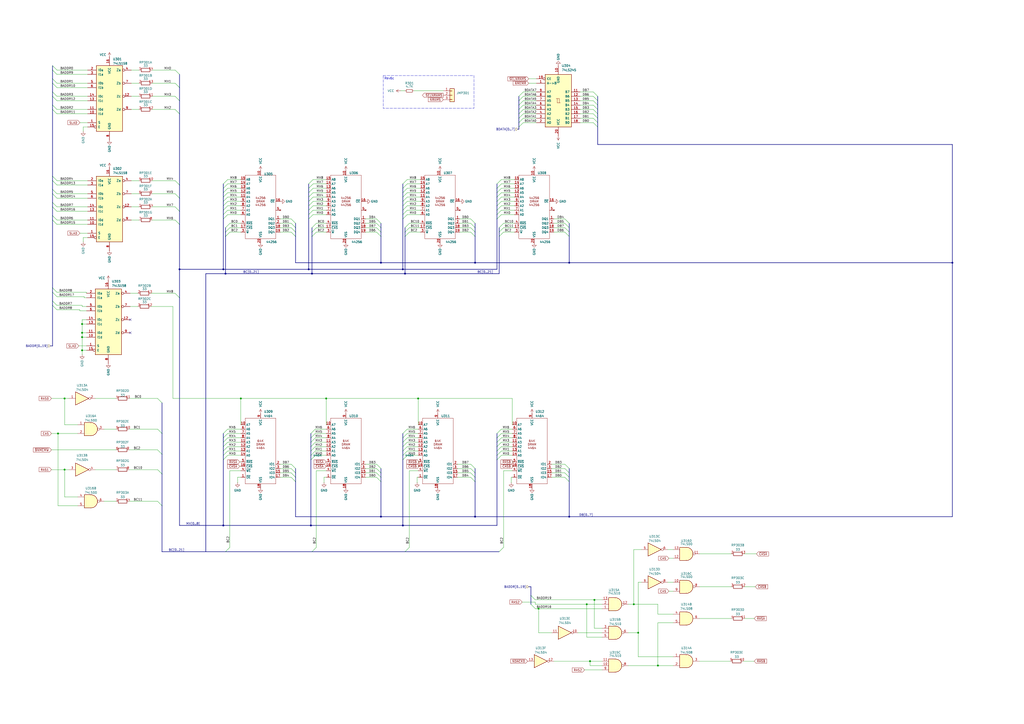
<source format=kicad_sch>
(kicad_sch (version 20231120) (generator "eeschema") (generator_version "8.0")
  (paper "A2")
  (title_block (title "Commodore PC10/CA") (rev "C") (comment 1 "312626"))
  (junction (at 220.98 299.72))
  (junction (at 312.42 353.06))
  (junction (at 220.98 152.4))
  (junction (at 275.59 299.72))
  (junction (at 179.07 156.21))
  (junction (at 37.465 272.415))
  (junction (at 340.36 350.52))
  (junction (at 234.95 158.75))
  (junction (at 129.54 304.8))
  (junction (at 342.265 383.54))
  (junction (at 180.975 158.75))
  (junction (at 47.625 203.2))
  (junction (at 233.68 304.8))
  (junction (at 33.655 251.46))
  (junction (at 129.54 156.21))
  (junction (at 370.205 367.03))
  (junction (at 189.23 231.14))
  (junction (at 233.68 156.21))
  (junction (at 330.2 299.72))
  (junction (at 37.465 231.14))
  (junction (at 130.81 158.75))
  (junction (at 344.805 347.98))
  (junction (at 47.625 193.04))
  (junction (at 367.665 350.52))
  (junction (at 275.59 152.4))
  (junction (at 104.14 156.21))
  (junction (at 330.2 152.4))
  (junction (at 139.7 231.14))
  (junction (at 47.625 187.96))
  (junction (at 47.625 195.58))
  (junction (at 180.34 304.8))
  (junction (at 381.635 386.08))
  (junction (at 552.45 152.4))
  (junction (at 242.57 231.14))
  (no_connect (at 75.565 185.42))
  (no_connect (at 75.565 193.04))
  (bus_entry (at 233.68 116.84) (size 2.54 -2.54))
  (bus_entry (at 233.68 114.3) (size 2.54 -2.54))
  (bus_entry (at 288.29 121.92) (size 2.54 -2.54))
  (bus_entry (at 171.45 137.16) (size -2.54 -2.54))
  (bus_entry (at 130.81 132.08) (size 2.54 -2.54))
  (bus_entry (at 275.59 132.08) (size -2.54 -2.54))
  (bus_entry (at 233.68 127) (size 2.54 -2.54))
  (bus_entry (at 30.48 45.72) (size 2.54 2.54))
  (bus_entry (at 180.34 266.7) (size 2.54 -2.54))
  (bus_entry (at 101.6 48.26) (size 2.54 2.54))
  (bus_entry (at 180.34 261.62) (size 2.54 -2.54))
  (bus_entry (at 233.68 121.92) (size 2.54 -2.54))
  (bus_entry (at 288.29 127) (size 2.54 -2.54))
  (bus_entry (at 288.29 111.76) (size 2.54 -2.54))
  (bus_entry (at 171.45 132.08) (size -2.54 -2.54))
  (bus_entry (at 30.48 112.395) (size 2.54 2.54))
  (bus_entry (at 300.99 55.88) (size 2.54 -2.54))
  (bus_entry (at 300.99 68.58) (size 2.54 -2.54))
  (bus_entry (at 275.59 279.4) (size -2.54 -2.54))
  (bus_entry (at 220.98 274.32) (size -2.54 -2.54))
  (bus_entry (at 180.34 251.46) (size 2.54 -2.54))
  (bus_entry (at 233.68 119.38) (size 2.54 -2.54))
  (bus_entry (at 129.54 109.22) (size 2.54 -2.54))
  (bus_entry (at 275.59 271.78) (size -2.54 -2.54))
  (bus_entry (at 300.99 63.5) (size 2.54 -2.54))
  (bus_entry (at 220.98 134.62) (size -2.54 -2.54))
  (bus_entry (at 330.2 132.08) (size -2.54 -2.54))
  (bus_entry (at 30.48 167.005) (size 2.54 2.54))
  (bus_entry (at 346.71 58.42) (size -2.54 -2.54))
  (bus_entry (at 233.68 254) (size 2.54 -2.54))
  (bus_entry (at 220.98 276.86) (size -2.54 -2.54))
  (bus_entry (at 180.975 132.08) (size 2.54 -2.54))
  (bus_entry (at 171.45 129.54) (size -2.54 -2.54))
  (bus_entry (at 179.07 111.76) (size 2.54 -2.54))
  (bus_entry (at 101.6 112.395) (size 2.54 2.54))
  (bus_entry (at 171.45 274.32) (size -2.54 -2.54))
  (bus_entry (at 180.975 134.62) (size 2.54 -2.54))
  (bus_entry (at 129.54 264.16) (size 2.54 -2.54))
  (bus_entry (at 101.6 63.5) (size 2.54 2.54))
  (bus_entry (at 129.54 114.3) (size 2.54 -2.54))
  (bus_entry (at 233.68 256.54) (size 2.54 -2.54))
  (bus_entry (at 307.975 345.44) (size 2.54 2.54))
  (bus_entry (at 179.07 116.84) (size 2.54 -2.54))
  (bus_entry (at 233.68 251.46) (size 2.54 -2.54))
  (bus_entry (at 289.56 134.62) (size 2.54 -2.54))
  (bus_entry (at 346.71 55.88) (size -2.54 -2.54))
  (bus_entry (at 30.48 60.96) (size 2.54 2.54))
  (bus_entry (at 307.975 350.52) (size 2.54 2.54))
  (bus_entry (at 30.48 127.635) (size 2.54 2.54))
  (bus_entry (at 220.98 132.08) (size -2.54 -2.54))
  (bus_entry (at 289.56 320.04) (size 2.54 -2.54))
  (bus_entry (at 101.6 120.015) (size 2.54 2.54))
  (bus_entry (at 30.48 53.34) (size 2.54 2.54))
  (bus_entry (at 30.48 104.775) (size 2.54 2.54))
  (bus_entry (at 346.71 60.96) (size -2.54 -2.54))
  (bus_entry (at 101.6 170.18) (size 2.54 2.54))
  (bus_entry (at 346.71 68.58) (size -2.54 -2.54))
  (bus_entry (at 300.99 66.04) (size 2.54 -2.54))
  (bus_entry (at 101.6 104.775) (size 2.54 2.54))
  (bus_entry (at 288.29 261.62) (size 2.54 -2.54))
  (bus_entry (at 330.2 276.86) (size -2.54 -2.54))
  (bus_entry (at 129.54 266.7) (size 2.54 -2.54))
  (bus_entry (at 101.6 40.64) (size 2.54 2.54))
  (bus_entry (at 130.81 137.16) (size 2.54 -2.54))
  (bus_entry (at 30.48 174.625) (size 2.54 2.54))
  (bus_entry (at 30.48 55.88) (size 2.54 2.54))
  (bus_entry (at 300.99 60.96) (size 2.54 -2.54))
  (bus_entry (at 234.95 137.16) (size 2.54 -2.54))
  (bus_entry (at 288.29 251.46) (size 2.54 -2.54))
  (bus_entry (at 179.07 109.22) (size 2.54 -2.54))
  (bus_entry (at 233.68 111.76) (size 2.54 -2.54))
  (bus_entry (at 129.54 127) (size 2.54 -2.54))
  (bus_entry (at 288.29 264.16) (size 2.54 -2.54))
  (bus_entry (at 275.59 134.62) (size -2.54 -2.54))
  (bus_entry (at 30.48 177.165) (size 2.54 2.54))
  (bus_entry (at 330.2 274.32) (size -2.54 -2.54))
  (bus_entry (at 180.34 254) (size 2.54 -2.54))
  (bus_entry (at 30.48 38.1) (size 2.54 2.54))
  (bus_entry (at 129.54 121.92) (size 2.54 -2.54))
  (bus_entry (at 30.48 125.095) (size 2.54 2.54))
  (bus_entry (at 300.99 73.66) (size 2.54 -2.54))
  (bus_entry (at 346.71 71.12) (size -2.54 -2.54))
  (bus_entry (at 171.45 276.86) (size -2.54 -2.54))
  (bus_entry (at 233.68 261.62) (size 2.54 -2.54))
  (bus_entry (at 91.44 260.985) (size 2.54 2.54))
  (bus_entry (at 288.29 114.3) (size 2.54 -2.54))
  (bus_entry (at 101.6 55.88) (size 2.54 2.54))
  (bus_entry (at 288.29 116.84) (size 2.54 -2.54))
  (bus_entry (at 288.29 259.08) (size 2.54 -2.54))
  (bus_entry (at 30.48 40.64) (size 2.54 2.54))
  (bus_entry (at 346.71 66.04) (size -2.54 -2.54))
  (bus_entry (at 30.48 48.26) (size 2.54 2.54))
  (bus_entry (at 30.48 169.545) (size 2.54 2.54))
  (bus_entry (at 234.95 320.04) (size 2.54 -2.54))
  (bus_entry (at 129.54 259.08) (size 2.54 -2.54))
  (bus_entry (at 129.54 256.54) (size 2.54 -2.54))
  (bus_entry (at 275.59 129.54) (size -2.54 -2.54))
  (bus_entry (at 171.45 279.4) (size -2.54 -2.54))
  (bus_entry (at 288.29 106.68) (size 2.54 -2.54))
  (bus_entry (at 233.68 106.68) (size 2.54 -2.54))
  (bus_entry (at 275.59 276.86) (size -2.54 -2.54))
  (bus_entry (at 288.29 266.7) (size 2.54 -2.54))
  (bus_entry (at 233.68 124.46) (size 2.54 -2.54))
  (bus_entry (at 275.59 274.32) (size -2.54 -2.54))
  (bus_entry (at 300.99 71.12) (size 2.54 -2.54))
  (bus_entry (at 130.81 320.04) (size 2.54 -2.54))
  (bus_entry (at 233.68 259.08) (size 2.54 -2.54))
  (bus_entry (at 330.2 279.4) (size -2.54 -2.54))
  (bus_entry (at 288.29 119.38) (size 2.54 -2.54))
  (bus_entry (at 300.99 58.42) (size 2.54 -2.54))
  (bus_entry (at 220.98 279.4) (size -2.54 -2.54))
  (bus_entry (at 179.07 124.46) (size 2.54 -2.54))
  (bus_entry (at 234.95 134.62) (size 2.54 -2.54))
  (bus_entry (at 346.71 73.66) (size -2.54 -2.54))
  (bus_entry (at 179.07 121.92) (size 2.54 -2.54))
  (bus_entry (at 130.81 134.62) (size 2.54 -2.54))
  (bus_entry (at 288.29 256.54) (size 2.54 -2.54))
  (bus_entry (at 171.45 134.62) (size -2.54 -2.54))
  (bus_entry (at 288.29 254) (size 2.54 -2.54))
  (bus_entry (at 346.71 63.5) (size -2.54 -2.54))
  (bus_entry (at 101.6 127.635) (size 2.54 2.54))
  (bus_entry (at 129.54 261.62) (size 2.54 -2.54))
  (bus_entry (at 288.29 124.46) (size 2.54 -2.54))
  (bus_entry (at 129.54 116.84) (size 2.54 -2.54))
  (bus_entry (at 179.07 114.3) (size 2.54 -2.54))
  (bus_entry (at 91.44 272.415) (size 2.54 2.54))
  (bus_entry (at 220.98 129.54) (size -2.54 -2.54))
  (bus_entry (at 30.48 109.855) (size 2.54 2.54))
  (bus_entry (at 129.54 254) (size 2.54 -2.54))
  (bus_entry (at 180.975 320.04) (size 2.54 -2.54))
  (bus_entry (at 180.34 256.54) (size 2.54 -2.54))
  (bus_entry (at 129.54 106.68) (size 2.54 -2.54))
  (bus_entry (at 289.56 132.08) (size 2.54 -2.54))
  (bus_entry (at 220.98 137.16) (size -2.54 -2.54))
  (bus_entry (at 179.07 119.38) (size 2.54 -2.54))
  (bus_entry (at 91.44 290.83) (size 2.54 2.54))
  (bus_entry (at 179.07 127) (size 2.54 -2.54))
  (bus_entry (at 129.54 111.76) (size 2.54 -2.54))
  (bus_entry (at 30.48 102.235) (size 2.54 2.54))
  (bus_entry (at 180.34 264.16) (size 2.54 -2.54))
  (bus_entry (at 129.54 124.46) (size 2.54 -2.54))
  (bus_entry (at 233.68 266.7) (size 2.54 -2.54))
  (bus_entry (at 220.98 271.78) (size -2.54 -2.54))
  (bus_entry (at 129.54 251.46) (size 2.54 -2.54))
  (bus_entry (at 330.2 134.62) (size -2.54 -2.54))
  (bus_entry (at 30.48 120.015) (size 2.54 2.54))
  (bus_entry (at 289.56 137.16) (size 2.54 -2.54))
  (bus_entry (at 330.2 271.78) (size -2.54 -2.54))
  (bus_entry (at 330.2 137.16) (size -2.54 -2.54))
  (bus_entry (at 179.07 106.68) (size 2.54 -2.54))
  (bus_entry (at 275.59 137.16) (size -2.54 -2.54))
  (bus_entry (at 180.34 259.08) (size 2.54 -2.54))
  (bus_entry (at 233.68 109.22) (size 2.54 -2.54))
  (bus_entry (at 234.95 132.08) (size 2.54 -2.54))
  (bus_entry (at 91.44 231.14) (size 2.54 2.54))
  (bus_entry (at 180.975 137.16) (size 2.54 -2.54))
  (bus_entry (at 171.45 271.78) (size -2.54 -2.54))
  (bus_entry (at 30.48 63.5) (size 2.54 2.54))
  (bus_entry (at 91.44 248.92) (size 2.54 2.54))
  (bus_entry (at 129.54 119.38) (size 2.54 -2.54))
  (bus_entry (at 288.29 109.22) (size 2.54 -2.54))
  (bus_entry (at 30.48 117.475) (size 2.54 2.54))
  (bus_entry (at 233.68 264.16) (size 2.54 -2.54))
  (bus_entry (at 330.2 129.54) (size -2.54 -2.54))
  (wire (pts (xy 87.63 170.18) (xy 101.6 170.18)))
  (wire (pts (xy 80.645 48.26) (xy 76.2 48.26)))
  (wire (pts (xy 387.985 342.9) (xy 390.525 342.9)))
  (wire (pts (xy 292.1 132.08) (xy 298.45 132.08)))
  (wire (pts (xy 438.785 321.31) (xy 431.8 321.31)))
  (wire (pts (xy 139.7 231.14) (xy 189.23 231.14)))
  (bus (pts (xy 346.71 60.96) (xy 346.71 63.5)))
  (wire (pts (xy 290.83 116.84) (xy 298.45 116.84)))
  (bus (pts (xy 288.29 109.22) (xy 288.29 111.76)))
  (wire (pts (xy 183.515 129.54) (xy 189.23 129.54)))
  (wire (pts (xy 292.1 129.54) (xy 298.45 129.54)))
  (wire (pts (xy 182.88 259.08) (xy 189.23 259.08)))
  (wire (pts (xy 327.66 129.54) (xy 321.31 129.54)))
  (bus (pts (xy 180.975 134.62) (xy 180.975 137.16)))
  (wire (pts (xy 182.88 256.54) (xy 189.23 256.54)))
  (bus (pts (xy 288.29 116.84) (xy 288.29 119.38)))
  (bus (pts (xy 129.54 106.68) (xy 129.54 109.22)))
  (bus (pts (xy 275.59 276.86) (xy 275.59 279.4)))
  (wire (pts (xy 47.625 193.04) (xy 47.625 187.96)))
  (wire (pts (xy 80.645 120.015) (xy 76.2 120.015)))
  (bus (pts (xy 129.54 127) (xy 129.54 156.21)))
  (bus (pts (xy 171.45 134.62) (xy 171.45 137.16)))
  (bus (pts (xy 180.975 158.75) (xy 234.95 158.75)))
  (bus (pts (xy 30.48 104.775) (xy 30.48 109.855)))
  (bus (pts (xy 180.975 132.08) (xy 180.975 134.62)))
  (bus (pts (xy 552.45 83.82) (xy 552.45 152.4)))
  (wire (pts (xy 168.91 134.62) (xy 162.56 134.62)))
  (wire (pts (xy 48.895 172.72) (xy 50.165 172.72)))
  (wire (pts (xy 40.005 231.14) (xy 37.465 231.14)))
  (wire (pts (xy 336.55 71.12) (xy 344.17 71.12)))
  (wire (pts (xy 88.265 104.775) (xy 101.6 104.775)))
  (bus (pts (xy 288.29 114.3) (xy 288.29 116.84)))
  (wire (pts (xy 336.55 53.34) (xy 344.17 53.34)))
  (wire (pts (xy 181.61 111.76) (xy 189.23 111.76)))
  (wire (pts (xy 37.465 246.38) (xy 37.465 231.14)))
  (bus (pts (xy 171.45 299.72) (xy 220.98 299.72)))
  (bus (pts (xy 288.29 121.92) (xy 288.29 124.46)))
  (bus (pts (xy 275.59 132.08) (xy 275.59 134.62)))
  (wire (pts (xy 48.895 172.72) (xy 48.895 172.085)))
  (wire (pts (xy 218.44 269.24) (xy 212.09 269.24)))
  (wire (pts (xy 33.02 48.26) (xy 50.8 48.26)))
  (bus (pts (xy 330.2 137.16) (xy 330.2 152.4)))
  (bus (pts (xy 275.59 274.32) (xy 275.59 276.86)))
  (wire (pts (xy 236.22 124.46) (xy 243.84 124.46)))
  (wire (pts (xy 349.25 367.03) (xy 335.28 367.03)))
  (wire (pts (xy 88.265 48.26) (xy 101.6 48.26)))
  (wire (pts (xy 381.635 386.08) (xy 381.635 361.315)))
  (bus (pts (xy 30.48 38.1) (xy 30.48 40.64)))
  (wire (pts (xy 349.25 364.49) (xy 344.805 364.49)))
  (bus (pts (xy 104.14 156.21) (xy 129.54 156.21)))
  (bus (pts (xy 300.99 71.12) (xy 300.99 73.66)))
  (bus (pts (xy 330.2 152.4) (xy 552.45 152.4)))
  (wire (pts (xy 139.7 231.14) (xy 139.7 246.38)))
  (wire (pts (xy 74.93 248.92) (xy 91.44 248.92)))
  (wire (pts (xy 242.57 273.05) (xy 237.49 273.05)))
  (bus (pts (xy 233.68 259.08) (xy 233.68 261.62)))
  (bus (pts (xy 220.98 271.78) (xy 220.98 274.32)))
  (wire (pts (xy 364.49 386.08) (xy 381.635 386.08)))
  (wire (pts (xy 349.25 386.08) (xy 342.265 386.08)))
  (wire (pts (xy 405.765 383.54) (xy 423.545 383.54)))
  (bus (pts (xy 30.48 112.395) (xy 30.48 117.475)))
  (bus (pts (xy 130.81 132.08) (xy 130.81 134.62)))
  (bus (pts (xy 171.45 132.08) (xy 171.45 134.62)))
  (bus (pts (xy 129.54 109.22) (xy 129.54 111.76)))
  (wire (pts (xy 88.265 55.88) (xy 101.6 55.88)))
  (wire (pts (xy 327.66 276.86) (xy 320.04 276.86)))
  (wire (pts (xy 236.22 121.92) (xy 243.84 121.92)))
  (bus (pts (xy 288.29 256.54) (xy 288.29 259.08)))
  (bus (pts (xy 233.68 127) (xy 233.68 156.21)))
  (wire (pts (xy 80.645 63.5) (xy 76.2 63.5)))
  (bus (pts (xy 30.48 177.165) (xy 30.48 200.66)))
  (wire (pts (xy 88.265 40.64) (xy 101.6 40.64)))
  (bus (pts (xy 180.34 256.54) (xy 180.34 259.08)))
  (wire (pts (xy 33.02 43.18) (xy 50.8 43.18)))
  (wire (pts (xy 132.08 104.14) (xy 139.7 104.14)))
  (wire (pts (xy 33.02 114.935) (xy 50.8 114.935)))
  (bus (pts (xy 233.68 119.38) (xy 233.68 121.92)))
  (bus (pts (xy 129.54 304.8) (xy 180.34 304.8)))
  (wire (pts (xy 168.91 269.24) (xy 162.56 269.24)))
  (wire (pts (xy 132.08 109.22) (xy 139.7 109.22)))
  (bus (pts (xy 129.54 119.38) (xy 129.54 121.92)))
  (bus (pts (xy 104.14 50.8) (xy 104.14 58.42)))
  (wire (pts (xy 181.61 109.22) (xy 189.23 109.22)))
  (wire (pts (xy 344.805 364.49) (xy 344.805 347.98)))
  (wire (pts (xy 80.01 177.8) (xy 75.565 177.8)))
  (bus (pts (xy 288.29 254) (xy 288.29 256.54)))
  (wire (pts (xy 273.05 129.54) (xy 266.7 129.54)))
  (bus (pts (xy 30.48 48.26) (xy 30.48 53.34)))
  (wire (pts (xy 133.35 134.62) (xy 139.7 134.62)))
  (wire (pts (xy 183.515 132.08) (xy 189.23 132.08)))
  (wire (pts (xy 242.57 270.51) (xy 243.205 270.51)))
  (wire (pts (xy 336.55 63.5) (xy 344.17 63.5)))
  (wire (pts (xy 33.655 251.46) (xy 33.655 293.37)))
  (bus (pts (xy 233.68 111.76) (xy 233.68 114.3)))
  (wire (pts (xy 48.26 140.335) (xy 48.26 137.795)))
  (wire (pts (xy 303.53 60.96) (xy 311.15 60.96)))
  (wire (pts (xy 312.42 353.06) (xy 312.42 367.03)))
  (bus (pts (xy 289.56 132.08) (xy 289.56 134.62)))
  (bus (pts (xy 220.98 134.62) (xy 220.98 137.16)))
  (bus (pts (xy 130.81 320.04) (xy 180.975 320.04)))
  (wire (pts (xy 290.83 106.68) (xy 298.45 106.68)))
  (bus (pts (xy 129.54 259.08) (xy 129.54 261.62)))
  (wire (pts (xy 312.42 367.03) (xy 320.04 367.03)))
  (wire (pts (xy 74.93 260.985) (xy 91.44 260.985)))
  (wire (pts (xy 132.08 254) (xy 139.7 254)))
  (bus (pts (xy 171.45 274.32) (xy 171.45 276.86)))
  (wire (pts (xy 297.18 231.14) (xy 297.18 246.38)))
  (bus (pts (xy 300.99 66.04) (xy 300.99 68.58)))
  (wire (pts (xy 47.625 177.8) (xy 47.625 177.165)))
  (wire (pts (xy 132.08 116.84) (xy 139.7 116.84)))
  (wire (pts (xy 33.02 66.04) (xy 50.8 66.04)))
  (wire (pts (xy 168.91 127) (xy 162.56 127)))
  (wire (pts (xy 33.02 40.64) (xy 50.8 40.64)))
  (wire (pts (xy 306.705 48.26) (xy 311.15 48.26)))
  (wire (pts (xy 290.83 104.14) (xy 298.45 104.14)))
  (wire (pts (xy 438.15 340.36) (xy 431.8 340.36)))
  (bus (pts (xy 346.71 55.88) (xy 346.71 58.42)))
  (bus (pts (xy 234.95 137.16) (xy 234.95 158.75)))
  (wire (pts (xy 273.05 276.86) (xy 265.43 276.86)))
  (wire (pts (xy 236.22 109.22) (xy 243.84 109.22)))
  (bus (pts (xy 30.48 120.015) (xy 30.48 125.095)))
  (wire (pts (xy 47.625 177.165) (xy 33.02 177.165)))
  (bus (pts (xy 179.07 121.92) (xy 179.07 124.46)))
  (wire (pts (xy 80.645 112.395) (xy 76.2 112.395)))
  (bus (pts (xy 129.54 254) (xy 129.54 256.54)))
  (wire (pts (xy 387.985 323.85) (xy 390.525 323.85)))
  (bus (pts (xy 129.54 121.92) (xy 129.54 124.46)))
  (bus (pts (xy 233.68 256.54) (xy 233.68 259.08)))
  (wire (pts (xy 370.205 367.03) (xy 370.205 337.82)))
  (wire (pts (xy 218.44 129.54) (xy 212.09 129.54)))
  (bus (pts (xy 104.14 114.935) (xy 104.14 122.555)))
  (bus (pts (xy 275.59 134.62) (xy 275.59 137.16)))
  (wire (pts (xy 310.515 347.98) (xy 344.805 347.98)))
  (wire (pts (xy 46.355 180.34) (xy 50.165 180.34)))
  (wire (pts (xy 181.61 124.46) (xy 189.23 124.46)))
  (wire (pts (xy 48.26 76.2) (xy 48.26 73.66)))
  (wire (pts (xy 183.515 273.05) (xy 183.515 317.5)))
  (bus (pts (xy 233.68 254) (xy 233.68 256.54)))
  (bus (pts (xy 233.68 109.22) (xy 233.68 111.76)))
  (wire (pts (xy 290.83 119.38) (xy 298.45 119.38)))
  (wire (pts (xy 273.05 274.32) (xy 265.43 274.32)))
  (bus (pts (xy 233.68 121.92) (xy 233.68 124.46)))
  (bus (pts (xy 233.68 264.16) (xy 233.68 266.7)))
  (wire (pts (xy 242.57 231.14) (xy 297.18 231.14)))
  (wire (pts (xy 303.53 53.34) (xy 311.15 53.34)))
  (wire (pts (xy 327.66 134.62) (xy 321.31 134.62)))
  (bus (pts (xy 129.54 251.46) (xy 129.54 254)))
  (wire (pts (xy 336.55 58.42) (xy 344.17 58.42)))
  (wire (pts (xy 88.265 112.395) (xy 101.6 112.395)))
  (wire (pts (xy 67.31 231.14) (xy 55.245 231.14)))
  (wire (pts (xy 349.25 369.57) (xy 340.36 369.57)))
  (wire (pts (xy 237.49 273.05) (xy 237.49 317.5)))
  (bus (pts (xy 93.98 320.04) (xy 130.81 320.04)))
  (bus (pts (xy 93.98 251.46) (xy 93.98 263.525)))
  (wire (pts (xy 33.02 55.88) (xy 50.8 55.88)))
  (bus (pts (xy 300.99 68.58) (xy 300.99 71.12)))
  (wire (pts (xy 306.705 45.72) (xy 311.15 45.72)))
  (wire (pts (xy 367.665 350.52) (xy 367.665 318.77)))
  (wire (pts (xy 242.57 231.14) (xy 242.57 246.38)))
  (wire (pts (xy 33.02 112.395) (xy 50.8 112.395)))
  (bus (pts (xy 330.2 274.32) (xy 330.2 276.86)))
  (bus (pts (xy 220.98 274.32) (xy 220.98 276.86)))
  (bus (pts (xy 288.29 111.76) (xy 288.29 114.3)))
  (bus (pts (xy 104.14 156.21) (xy 104.14 172.72)))
  (wire (pts (xy 37.465 231.14) (xy 29.845 231.14)))
  (wire (pts (xy 100.33 177.8) (xy 100.33 231.14)))
  (bus (pts (xy 104.14 107.315) (xy 104.14 114.935)))
  (wire (pts (xy 237.49 134.62) (xy 243.84 134.62)))
  (wire (pts (xy 327.66 132.08) (xy 321.31 132.08)))
  (bus (pts (xy 104.14 304.8) (xy 129.54 304.8)))
  (wire (pts (xy 80.645 55.88) (xy 76.2 55.88)))
  (wire (pts (xy 310.515 353.06) (xy 312.42 353.06)))
  (bus (pts (xy 300.99 58.42) (xy 300.99 60.96)))
  (wire (pts (xy 290.83 114.3) (xy 298.45 114.3)))
  (wire (pts (xy 236.22 114.3) (xy 243.84 114.3)))
  (wire (pts (xy 48.26 73.66) (xy 50.8 73.66)))
  (bus (pts (xy 179.07 156.21) (xy 233.68 156.21)))
  (bus (pts (xy 330.2 279.4) (xy 330.2 299.72)))
  (wire (pts (xy 88.265 127.635) (xy 101.6 127.635)))
  (wire (pts (xy 381.635 350.52) (xy 381.635 356.235)))
  (wire (pts (xy 405.765 340.36) (xy 424.18 340.36)))
  (wire (pts (xy 132.08 256.54) (xy 139.7 256.54)))
  (bus (pts (xy 180.34 261.62) (xy 180.34 264.16)))
  (wire (pts (xy 364.49 367.03) (xy 370.205 367.03)))
  (bus (pts (xy 179.07 119.38) (xy 179.07 121.92)))
  (wire (pts (xy 48.26 137.795) (xy 50.8 137.795)))
  (wire (pts (xy 242.57 276.86) (xy 241.935 276.86)))
  (wire (pts (xy 60.325 290.83) (xy 67.31 290.83)))
  (bus (pts (xy 288.29 264.16) (xy 288.29 266.7)))
  (wire (pts (xy 37.465 288.29) (xy 45.085 288.29)))
  (wire (pts (xy 37.465 272.415) (xy 37.465 288.29)))
  (wire (pts (xy 182.88 254) (xy 189.23 254)))
  (bus (pts (xy 104.14 122.555) (xy 104.14 130.175)))
  (wire (pts (xy 387.35 318.77) (xy 390.525 318.77)))
  (wire (pts (xy 297.18 273.05) (xy 292.1 273.05)))
  (wire (pts (xy 370.205 381) (xy 390.525 381)))
  (bus (pts (xy 288.29 261.62) (xy 288.29 264.16)))
  (wire (pts (xy 168.91 129.54) (xy 162.56 129.54)))
  (wire (pts (xy 33.02 107.315) (xy 50.8 107.315)))
  (bus (pts (xy 180.34 254) (xy 180.34 256.54)))
  (wire (pts (xy 67.31 272.415) (xy 55.245 272.415)))
  (bus (pts (xy 275.59 299.72) (xy 330.2 299.72)))
  (wire (pts (xy 100.33 231.14) (xy 139.7 231.14)))
  (wire (pts (xy 189.23 231.14) (xy 242.57 231.14)))
  (bus (pts (xy 300.99 73.66) (xy 300.99 74.93)))
  (bus (pts (xy 220.98 129.54) (xy 220.98 132.08)))
  (wire (pts (xy 290.83 256.54) (xy 297.18 256.54)))
  (wire (pts (xy 405.765 321.31) (xy 424.18 321.31)))
  (bus (pts (xy 288.29 259.08) (xy 288.29 261.62)))
  (wire (pts (xy 290.83 264.16) (xy 297.18 264.16)))
  (wire (pts (xy 139.7 273.05) (xy 133.35 273.05)))
  (bus (pts (xy 233.68 124.46) (xy 233.68 127)))
  (bus (pts (xy 306.705 340.36) (xy 307.975 340.36)))
  (bus (pts (xy 104.14 66.04) (xy 104.14 107.315)))
  (bus (pts (xy 233.68 114.3) (xy 233.68 116.84)))
  (wire (pts (xy 139.7 276.86) (xy 137.795 276.86)))
  (wire (pts (xy 182.88 261.62) (xy 189.23 261.62)))
  (bus (pts (xy 346.71 73.66) (xy 346.71 83.82)))
  (wire (pts (xy 168.91 274.32) (xy 162.56 274.32)))
  (wire (pts (xy 292.1 273.05) (xy 292.1 317.5)))
  (bus (pts (xy 275.59 137.16) (xy 275.59 152.4)))
  (wire (pts (xy 387.35 337.82) (xy 390.525 337.82)))
  (wire (pts (xy 139.7 267.97) (xy 139.065 267.97)))
  (wire (pts (xy 182.88 248.92) (xy 189.23 248.92)))
  (wire (pts (xy 133.35 132.08) (xy 139.7 132.08)))
  (bus (pts (xy 234.95 134.62) (xy 234.95 137.16)))
  (wire (pts (xy 132.08 119.38) (xy 139.7 119.38)))
  (wire (pts (xy 342.265 383.54) (xy 349.25 383.54)))
  (wire (pts (xy 273.05 134.62) (xy 266.7 134.62)))
  (wire (pts (xy 46.355 71.12) (xy 50.8 71.12)))
  (bus (pts (xy 30.48 55.88) (xy 30.48 60.96)))
  (bus (pts (xy 300.99 63.5) (xy 300.99 66.04)))
  (wire (pts (xy 336.55 60.96) (xy 344.17 60.96)))
  (wire (pts (xy 183.515 134.62) (xy 189.23 134.62)))
  (bus (pts (xy 234.95 132.08) (xy 234.95 134.62)))
  (wire (pts (xy 47.625 195.58) (xy 50.165 195.58)))
  (wire (pts (xy 303.53 71.12) (xy 311.15 71.12)))
  (wire (pts (xy 336.55 68.58) (xy 344.17 68.58)))
  (wire (pts (xy 33.02 58.42) (xy 50.8 58.42)))
  (bus (pts (xy 30.48 174.625) (xy 30.48 177.165)))
  (wire (pts (xy 47.625 187.96) (xy 50.165 187.96)))
  (wire (pts (xy 181.61 121.92) (xy 189.23 121.92)))
  (bus (pts (xy 346.71 68.58) (xy 346.71 71.12)))
  (wire (pts (xy 29.845 260.985) (xy 67.31 260.985)))
  (bus (pts (xy 346.71 66.04) (xy 346.71 68.58)))
  (bus (pts (xy 180.975 137.16) (xy 180.975 158.75)))
  (bus (pts (xy 171.45 129.54) (xy 171.45 132.08)))
  (bus (pts (xy 180.34 259.08) (xy 180.34 261.62)))
  (wire (pts (xy 47.625 205.74) (xy 47.625 203.2)))
  (wire (pts (xy 33.02 63.5) (xy 50.8 63.5)))
  (wire (pts (xy 218.44 271.78) (xy 212.09 271.78)))
  (bus (pts (xy 129.54 114.3) (xy 129.54 116.84)))
  (wire (pts (xy 189.23 231.14) (xy 189.23 246.38)))
  (bus (pts (xy 307.975 345.44) (xy 307.975 350.52)))
  (wire (pts (xy 132.08 114.3) (xy 139.7 114.3)))
  (bus (pts (xy 275.59 271.78) (xy 275.59 274.32)))
  (bus (pts (xy 330.2 276.86) (xy 330.2 279.4)))
  (bus (pts (xy 233.68 116.84) (xy 233.68 119.38)))
  (bus (pts (xy 234.95 158.75) (xy 289.56 158.75)))
  (bus (pts (xy 346.71 63.5) (xy 346.71 66.04)))
  (wire (pts (xy 168.91 271.78) (xy 162.56 271.78)))
  (bus (pts (xy 93.98 293.37) (xy 93.98 320.04)))
  (wire (pts (xy 168.91 132.08) (xy 162.56 132.08)))
  (bus (pts (xy 30.48 117.475) (xy 30.48 120.015)))
  (bus (pts (xy 30.48 127.635) (xy 30.48 167.005)))
  (bus (pts (xy 93.98 263.525) (xy 93.98 274.955)))
  (wire (pts (xy 132.08 124.46) (xy 139.7 124.46)))
  (bus (pts (xy 288.29 266.7) (xy 288.29 304.8)))
  (bus (pts (xy 130.81 137.16) (xy 130.81 158.75)))
  (bus (pts (xy 288.29 106.68) (xy 288.29 109.22)))
  (bus (pts (xy 119.38 158.75) (xy 130.81 158.75)))
  (wire (pts (xy 302.895 349.25) (xy 310.515 349.25)))
  (bus (pts (xy 30.48 109.855) (xy 30.48 112.395)))
  (wire (pts (xy 236.22 251.46) (xy 242.57 251.46)))
  (wire (pts (xy 240.03 52.705) (xy 257.175 52.705)))
  (wire (pts (xy 237.49 132.08) (xy 243.84 132.08)))
  (bus (pts (xy 180.34 266.7) (xy 180.34 304.8)))
  (wire (pts (xy 50.165 169.545) (xy 33.02 169.545)))
  (wire (pts (xy 236.22 261.62) (xy 242.57 261.62)))
  (bus (pts (xy 307.975 340.36) (xy 307.975 345.44)))
  (wire (pts (xy 168.91 276.86) (xy 162.56 276.86)))
  (bus (pts (xy 180.34 264.16) (xy 180.34 266.7)))
  (wire (pts (xy 310.515 349.25) (xy 310.515 350.52)))
  (bus (pts (xy 30.48 40.64) (xy 30.48 45.72)))
  (wire (pts (xy 80.645 127.635) (xy 76.2 127.635)))
  (wire (pts (xy 74.93 272.415) (xy 91.44 272.415)))
  (bus (pts (xy 275.59 129.54) (xy 275.59 132.08)))
  (wire (pts (xy 47.625 195.58) (xy 47.625 193.04)))
  (bus (pts (xy 179.07 114.3) (xy 179.07 116.84)))
  (wire (pts (xy 381.635 361.315) (xy 390.525 361.315)))
  (wire (pts (xy 132.08 264.16) (xy 139.7 264.16)))
  (bus (pts (xy 129.54 116.84) (xy 129.54 119.38)))
  (wire (pts (xy 290.83 261.62) (xy 297.18 261.62)))
  (wire (pts (xy 237.49 129.54) (xy 243.84 129.54)))
  (wire (pts (xy 80.01 170.18) (xy 75.565 170.18)))
  (wire (pts (xy 310.515 350.52) (xy 340.36 350.52)))
  (bus (pts (xy 29.21 200.66) (xy 30.48 200.66)))
  (wire (pts (xy 303.53 66.04) (xy 311.15 66.04)))
  (wire (pts (xy 218.44 276.86) (xy 212.09 276.86)))
  (wire (pts (xy 437.515 358.775) (xy 431.8 358.775)))
  (wire (pts (xy 33.02 130.175) (xy 50.8 130.175)))
  (bus (pts (xy 233.68 304.8) (xy 288.29 304.8)))
  (wire (pts (xy 364.49 350.52) (xy 367.665 350.52)))
  (wire (pts (xy 29.845 251.46) (xy 33.655 251.46)))
  (wire (pts (xy 370.205 337.82) (xy 372.11 337.82)))
  (wire (pts (xy 236.22 116.84) (xy 243.84 116.84)))
  (wire (pts (xy 182.88 264.16) (xy 189.23 264.16)))
  (wire (pts (xy 242.57 267.97) (xy 243.205 267.97)))
  (wire (pts (xy 340.36 350.52) (xy 349.25 350.52)))
  (bus (pts (xy 171.45 276.86) (xy 171.45 279.4)))
  (bus (pts (xy 129.54 156.21) (xy 179.07 156.21)))
  (bus (pts (xy 300.355 74.93) (xy 300.99 74.93)))
  (wire (pts (xy 218.44 132.08) (xy 212.09 132.08)))
  (wire (pts (xy 241.935 276.86) (xy 241.935 280.035)))
  (bus (pts (xy 179.07 116.84) (xy 179.07 119.38)))
  (wire (pts (xy 137.795 276.86) (xy 137.795 280.035)))
  (wire (pts (xy 236.22 259.08) (xy 242.57 259.08)))
  (bus (pts (xy 180.34 251.46) (xy 180.34 254)))
  (bus (pts (xy 289.56 134.62) (xy 289.56 137.16)))
  (bus (pts (xy 220.98 276.86) (xy 220.98 279.4)))
  (wire (pts (xy 181.61 114.3) (xy 189.23 114.3)))
  (wire (pts (xy 139.7 270.51) (xy 139.065 270.51)))
  (bus (pts (xy 179.07 127) (xy 179.07 156.21)))
  (wire (pts (xy 367.665 350.52) (xy 381.635 350.52)))
  (bus (pts (xy 30.48 60.96) (xy 30.48 63.5)))
  (bus (pts (xy 220.98 132.08) (xy 220.98 134.62)))
  (wire (pts (xy 33.02 120.015) (xy 50.8 120.015)))
  (bus (pts (xy 234.95 320.04) (xy 289.56 320.04)))
  (wire (pts (xy 50.165 170.18) (xy 50.165 169.545)))
  (wire (pts (xy 292.1 134.62) (xy 298.45 134.62)))
  (wire (pts (xy 74.93 231.14) (xy 91.44 231.14)))
  (wire (pts (xy 303.53 63.5) (xy 311.15 63.5)))
  (wire (pts (xy 273.05 132.08) (xy 266.7 132.08)))
  (wire (pts (xy 132.08 121.92) (xy 139.7 121.92)))
  (wire (pts (xy 437.515 383.54) (xy 431.165 383.54)))
  (wire (pts (xy 187.96 276.86) (xy 187.96 280.035)))
  (bus (pts (xy 30.48 125.095) (xy 30.48 127.635)))
  (bus (pts (xy 171.45 279.4) (xy 171.45 299.72)))
  (wire (pts (xy 236.22 119.38) (xy 243.84 119.38)))
  (bus (pts (xy 129.54 264.16) (xy 129.54 266.7)))
  (bus (pts (xy 93.98 233.68) (xy 93.98 251.46)))
  (wire (pts (xy 273.05 269.24) (xy 265.43 269.24)))
  (wire (pts (xy 47.625 203.2) (xy 47.625 195.58)))
  (bus (pts (xy 330.2 129.54) (xy 330.2 132.08)))
  (wire (pts (xy 33.655 251.46) (xy 45.085 251.46)))
  (bus (pts (xy 129.54 256.54) (xy 129.54 259.08)))
  (bus (pts (xy 288.29 124.46) (xy 288.29 127)))
  (wire (pts (xy 297.18 270.51) (xy 297.815 270.51)))
  (wire (pts (xy 132.08 251.46) (xy 139.7 251.46)))
  (wire (pts (xy 133.35 129.54) (xy 139.7 129.54)))
  (wire (pts (xy 296.545 276.86) (xy 296.545 280.035)))
  (wire (pts (xy 74.93 290.83) (xy 91.44 290.83)))
  (wire (pts (xy 405.765 358.775) (xy 424.18 358.775)))
  (bus (pts (xy 330.2 271.78) (xy 330.2 274.32)))
  (wire (pts (xy 290.83 121.92) (xy 298.45 121.92)))
  (wire (pts (xy 340.36 369.57) (xy 340.36 350.52)))
  (wire (pts (xy 182.88 251.46) (xy 189.23 251.46)))
  (bus (pts (xy 300.99 60.96) (xy 300.99 63.5)))
  (bus (pts (xy 93.98 274.955) (xy 93.98 293.37)))
  (bus (pts (xy 119.38 158.75) (xy 119.38 320.04)))
  (wire (pts (xy 67.31 248.92) (xy 60.325 248.92)))
  (bus (pts (xy 220.98 137.16) (xy 220.98 152.4)))
  (bus (pts (xy 220.98 299.72) (xy 275.59 299.72)))
  (bus (pts (xy 346.71 71.12) (xy 346.71 73.66)))
  (wire (pts (xy 132.08 106.68) (xy 139.7 106.68)))
  (bus (pts (xy 179.07 124.46) (xy 179.07 127)))
  (wire (pts (xy 303.53 55.88) (xy 311.15 55.88)))
  (bus (pts (xy 233.68 261.62) (xy 233.68 264.16)))
  (wire (pts (xy 80.645 104.775) (xy 76.2 104.775)))
  (bus (pts (xy 30.48 53.34) (xy 30.48 55.88)))
  (wire (pts (xy 47.625 177.8) (xy 50.165 177.8)))
  (bus (pts (xy 179.07 109.22) (xy 179.07 111.76)))
  (bus (pts (xy 346.71 83.82) (xy 552.45 83.82)))
  (bus (pts (xy 275.59 279.4) (xy 275.59 299.72)))
  (wire (pts (xy 218.44 127) (xy 212.09 127)))
  (wire (pts (xy 370.205 367.03) (xy 370.205 381)))
  (wire (pts (xy 297.18 267.97) (xy 297.815 267.97)))
  (wire (pts (xy 297.18 276.86) (xy 296.545 276.86)))
  (bus (pts (xy 233.68 156.21) (xy 288.29 156.21)))
  (wire (pts (xy 40.005 272.415) (xy 37.465 272.415)))
  (bus (pts (xy 179.07 106.68) (xy 179.07 109.22)))
  (wire (pts (xy 312.42 353.06) (xy 349.25 353.06)))
  (wire (pts (xy 218.44 274.32) (xy 212.09 274.32)))
  (wire (pts (xy 339.09 388.62) (xy 349.25 388.62)))
  (wire (pts (xy 132.08 261.62) (xy 139.7 261.62)))
  (bus (pts (xy 171.45 271.78) (xy 171.45 274.32)))
  (wire (pts (xy 236.22 256.54) (xy 242.57 256.54)))
  (wire (pts (xy 88.265 120.015) (xy 101.6 120.015)))
  (bus (pts (xy 130.81 158.75) (xy 180.975 158.75)))
  (wire (pts (xy 46.355 135.255) (xy 50.8 135.255)))
  (wire (pts (xy 290.83 124.46) (xy 298.45 124.46)))
  (bus (pts (xy 171.45 137.16) (xy 171.45 152.4)))
  (wire (pts (xy 273.05 271.78) (xy 265.43 271.78)))
  (wire (pts (xy 33.02 104.775) (xy 50.8 104.775)))
  (wire (pts (xy 88.265 63.5) (xy 101.6 63.5)))
  (bus (pts (xy 179.07 111.76) (xy 179.07 114.3)))
  (wire (pts (xy 327.66 127) (xy 321.31 127)))
  (bus (pts (xy 288.29 251.46) (xy 288.29 254)))
  (wire (pts (xy 381.635 356.235) (xy 390.525 356.235)))
  (wire (pts (xy 45.085 246.38) (xy 37.465 246.38)))
  (bus (pts (xy 171.45 152.4) (xy 220.98 152.4)))
  (wire (pts (xy 236.22 111.76) (xy 243.84 111.76)))
  (bus (pts (xy 346.71 58.42) (xy 346.71 60.96)))
  (wire (pts (xy 46.355 179.705) (xy 33.02 179.705)))
  (wire (pts (xy 33.02 122.555) (xy 50.8 122.555)))
  (bus (pts (xy 289.56 137.16) (xy 289.56 158.75)))
  (wire (pts (xy 181.61 106.68) (xy 189.23 106.68)))
  (wire (pts (xy 181.61 119.38) (xy 189.23 119.38)))
  (wire (pts (xy 381.635 386.08) (xy 390.525 386.08)))
  (bus (pts (xy 330.2 299.72) (xy 552.45 299.72)))
  (wire (pts (xy 290.83 248.92) (xy 297.18 248.92)))
  (wire (pts (xy 303.53 68.58) (xy 311.15 68.58)))
  (bus (pts (xy 129.54 261.62) (xy 129.54 264.16)))
  (wire (pts (xy 45.72 200.66) (xy 50.165 200.66)))
  (bus (pts (xy 233.68 106.68) (xy 233.68 109.22)))
  (wire (pts (xy 47.625 185.42) (xy 50.165 185.42)))
  (bus (pts (xy 300.99 55.88) (xy 300.99 58.42)))
  (bus (pts (xy 104.14 43.18) (xy 104.14 50.8)))
  (wire (pts (xy 47.625 203.2) (xy 50.165 203.2)))
  (bus (pts (xy 180.34 304.8) (xy 233.68 304.8)))
  (bus (pts (xy 104.14 130.175) (xy 104.14 156.21)))
  (wire (pts (xy 236.22 106.68) (xy 243.84 106.68)))
  (wire (pts (xy 232.41 52.705) (xy 234.95 52.705)))
  (wire (pts (xy 336.55 55.88) (xy 344.17 55.88)))
  (wire (pts (xy 236.22 248.92) (xy 242.57 248.92)))
  (bus (pts (xy 130.81 134.62) (xy 130.81 137.16)))
  (bus (pts (xy 288.29 127) (xy 288.29 156.21)))
  (bus (pts (xy 30.48 169.545) (xy 30.48 174.625)))
  (wire (pts (xy 181.61 104.14) (xy 189.23 104.14)))
  (wire (pts (xy 290.83 109.22) (xy 298.45 109.22)))
  (bus (pts (xy 330.2 134.62) (xy 330.2 137.16)))
  (bus (pts (xy 30.48 102.235) (xy 30.48 104.775)))
  (wire (pts (xy 33.655 293.37) (xy 45.085 293.37)))
  (wire (pts (xy 273.05 127) (xy 266.7 127)))
  (bus (pts (xy 330.2 132.08) (xy 330.2 134.62)))
  (wire (pts (xy 33.02 50.8) (xy 50.8 50.8)))
  (wire (pts (xy 321.31 383.54) (xy 342.265 383.54)))
  (bus (pts (xy 30.48 45.72) (xy 30.48 48.26)))
  (wire (pts (xy 303.53 58.42) (xy 311.15 58.42)))
  (wire (pts (xy 132.08 248.92) (xy 139.7 248.92)))
  (bus (pts (xy 104.14 172.72) (xy 104.14 304.8)))
  (wire (pts (xy 218.44 134.62) (xy 212.09 134.62)))
  (wire (pts (xy 236.22 264.16) (xy 242.57 264.16)))
  (wire (pts (xy 46.355 180.34) (xy 46.355 179.705)))
  (wire (pts (xy 344.805 347.98) (xy 349.25 347.98)))
  (wire (pts (xy 367.665 318.77) (xy 372.11 318.77)))
  (wire (pts (xy 47.625 187.96) (xy 47.625 185.42)))
  (wire (pts (xy 189.23 273.05) (xy 183.515 273.05)))
  (bus (pts (xy 233.68 251.46) (xy 233.68 254)))
  (wire (pts (xy 327.66 271.78) (xy 320.04 271.78)))
  (wire (pts (xy 327.66 269.24) (xy 320.04 269.24)))
  (wire (pts (xy 290.83 251.46) (xy 297.18 251.46)))
  (wire (pts (xy 336.55 66.04) (xy 344.17 66.04)))
  (wire (pts (xy 132.08 259.08) (xy 139.7 259.08)))
  (wire (pts (xy 342.265 386.08) (xy 342.265 383.54)))
  (wire (pts (xy 37.465 272.415) (xy 29.845 272.415)))
  (bus (pts (xy 129.54 124.46) (xy 129.54 127)))
  (bus (pts (xy 220.98 279.4) (xy 220.98 299.72)))
  (bus (pts (xy 220.98 152.4) (xy 275.59 152.4)))
  (wire (pts (xy 236.22 104.14) (xy 243.84 104.14)))
  (bus (pts (xy 30.48 63.5) (xy 30.48 102.235)))
  (wire (pts (xy 33.02 127.635) (xy 50.8 127.635)))
  (wire (pts (xy 80.645 40.64) (xy 76.2 40.64)))
  (wire (pts (xy 189.23 276.86) (xy 187.96 276.86)))
  (wire (pts (xy 87.63 177.8) (xy 100.33 177.8)))
  (wire (pts (xy 132.08 111.76) (xy 139.7 111.76)))
  (bus (pts (xy 104.14 58.42) (xy 104.14 66.04)))
  (wire (pts (xy 290.83 259.08) (xy 297.18 259.08)))
  (bus (pts (xy 275.59 152.4) (xy 330.2 152.4)))
  (wire (pts (xy 236.22 254) (xy 242.57 254)))
  (bus (pts (xy 288.29 119.38) (xy 288.29 121.92)))
  (wire (pts (xy 290.83 254) (xy 297.18 254)))
  (wire (pts (xy 48.895 172.085) (xy 33.02 172.085)))
  (bus (pts (xy 233.68 266.7) (xy 233.68 304.8)))
  (bus (pts (xy 30.48 167.005) (xy 30.48 169.545)))
  (bus (pts (xy 129.54 266.7) (xy 129.54 304.8)))
  (wire (pts (xy 181.61 116.84) (xy 189.23 116.84)))
  (bus (pts (xy 552.45 152.4) (xy 552.45 299.72)))
  (bus (pts (xy 129.54 111.76) (xy 129.54 114.3)))
  (bus (pts (xy 180.975 320.04) (xy 234.95 320.04)))
  (wire (pts (xy 327.66 274.32) (xy 320.04 274.32)))
  (wire (pts (xy 47.625 193.04) (xy 50.165 193.04)))
  (wire (pts (xy 133.35 273.05) (xy 133.35 317.5)))
  (wire (pts (xy 290.83 111.76) (xy 298.45 111.76)))
  (rectangle (start 222.25 43.815) (end 274.955 62.865) (stroke (width 0) (type dash)))
  (text "Rev6c" (at 222.885 46.355 0) (effects (font (size 1.27 1.27)) (justify left bottom)))
  (label "MX3" (at 292.1 116.84 0))
  (label "BC1" (at 184.15 132.08 0))
  (label "BADDR7" (at 34.925 120.015 0))
  (label "MX1" (at 237.49 121.92 0))
  (label "DB6" (at 267.97 271.78 0))
  (label "DB7" (at 267.97 269.24 0))
  (label "MX2" (at 292.1 119.38 0))
  (label "MX2" (at 236.855 259.08 0))
  (label "BC0" (at 78.105 231.14 0))
  (label "MX7" (at 183.515 106.68 0))
  (label "BDATA7" (at 304.165 53.34 0))
  (label "MX2" (at 182.88 259.08 0))
  (label "BADDR7" (at 34.29 177.165 0))
  (label "BC2" (at 237.49 315.595 90))
  (label "DB7" (at 323.215 132.08 0))
  (label "MX6" (at 182.88 248.92 0))
  (label "DB4" (at 323.215 127 0))
  (label "MX1" (at 132.715 261.62 0))
  (label "MX4" (at 291.465 254 0))
  (label "DB2" (at 321.945 271.78 0))
  (label "BADDR12" (at 34.925 58.42 0))
  (label "BC10" (at 238.125 129.54 0))
  (label "MX3" (at 133.35 116.84 0))
  (label "BADDR19" (at 311.15 347.98 0))
  (label "MX6" (at 132.715 248.92 0))
  (label "DB3" (at 337.82 63.5 0))
  (label "MX4" (at 237.49 114.3 0))
  (label "BADDR3" (at 34.925 55.88 0))
  (label "BC10" (at 77.47 272.415 0))
  (label "DB6" (at 323.215 134.62 0))
  (label "MX0" (at 133.35 124.46 0))
  (label "BADDR13" (at 34.925 107.315 0))
  (label "MX1" (at 95.25 48.26 0))
  (label "MX7" (at 237.49 106.68 0))
  (label "MX3" (at 291.465 256.54 0))
  (label "BC2" (at 292.1 315.595 90))
  (label "BC0" (at 133.985 129.54 0))
  (label "MX6" (at 236.855 248.92 0))
  (label "BADDR2" (at 34.925 63.5 0))
  (label "BDATA5" (at 304.165 58.42 0))
  (label "MX8" (at 183.515 104.14 0))
  (label "BC1" (at 133.985 132.08 0))
  (label "BDATA3" (at 304.165 63.5 0))
  (label "BC2" (at 133.985 134.62 0))
  (label "BC1" (at 77.47 248.92 0))
  (label "MX1" (at 236.855 261.62 0))
  (label "MX4" (at 132.715 254 0))
  (label "BADDR9" (at 34.925 43.18 0))
  (label "MX0" (at 182.88 264.16 0))
  (label "BC[0..21]" (at 97.79 320.04 0))
  (label "DB2" (at 337.82 66.04 0))
  (label "BC2" (at 133.35 314.96 90))
  (label "BADDR1" (at 34.925 48.26 0))
  (label "MX5" (at 96.52 112.395 0))
  (label "MX3" (at 95.25 55.88 0))
  (label "DB1" (at 163.83 129.54 0))
  (label "MX1" (at 133.35 121.92 0))
  (label "BC[0..21]" (at 140.97 158.75 0))
  (label "MX8" (at 96.52 170.18 0))
  (label "DB4" (at 337.82 60.96 0))
  (label "MX4" (at 292.1 114.3 0))
  (label "MX2" (at 95.25 63.5 0))
  (label "DB5" (at 213.995 129.54 0))
  (label "MX3" (at 236.855 256.54 0))
  (label "BADDR15" (at 34.925 130.175 0))
  (label "MX1" (at 292.1 121.92 0))
  (label "BADDR4" (at 34.925 104.775 0))
  (label "MX0" (at 132.715 264.16 0))
  (label "BDATA6" (at 304.165 55.88 0))
  (label "MX7" (at 292.1 106.68 0))
  (label "MX4" (at 96.52 104.775 0))
  (label "BC2" (at 183.515 315.595 90))
  (label "DB2" (at 213.995 271.78 0))
  (label "BC2" (at 292.735 134.62 0))
  (label "MX5" (at 132.715 251.46 0))
  (label "BADDR6" (at 34.925 127.635 0))
  (label "MX6" (at 96.52 127.635 0))
  (label "MX5" (at 183.515 111.76 0))
  (label "MX1" (at 183.515 121.92 0))
  (label "BADDR17" (at 34.29 172.085 0))
  (label "DB0" (at 163.83 127 0))
  (label "BADDR5" (at 34.925 112.395 0))
  (label "DB7" (at 163.83 269.24 0))
  (label "MX2" (at 237.49 119.38 0))
  (label "BADDR10" (at 34.925 50.8 0))
  (label "BDATA2" (at 304.165 66.04 0))
  (label "MX2" (at 183.515 119.38 0))
  (label "MX8" (at 133.35 104.14 0))
  (label "MX4" (at 183.515 114.3 0))
  (label "BADDR16" (at 34.925 122.555 0))
  (label "MX8" (at 292.1 104.14 0))
  (label "DB1" (at 337.82 68.58 0))
  (label "BC11" (at 77.47 290.83 0))
  (label "DB0" (at 213.995 276.86 0))
  (label "MX0" (at 236.855 264.16 0))
  (label "DB6" (at 163.83 271.78 0))
  (label "DB6" (at 337.82 55.88 0))
  (label "MX2" (at 291.465 259.08 0))
  (label "MX5" (at 182.88 251.46 0))
  (label "DB5" (at 323.215 129.54 0))
  (label "DB2" (at 267.97 134.62 0))
  (label "MX2" (at 133.35 119.38 0))
  (label "MX6" (at 292.1 109.22 0))
  (label "BC10" (at 292.735 129.54 0))
  (label "MX0" (at 237.49 124.46 0))
  (label "DB1" (at 267.97 129.54 0))
  (label "DB4" (at 267.97 276.86 0))
  (label "MX0" (at 292.1 124.46 0))
  (label "BDATA0" (at 304.165 71.12 0))
  (label "MX3" (at 237.49 116.84 0))
  (label "MX5" (at 133.35 111.76 0))
  (label "DB0" (at 337.82 71.12 0))
  (label "MX5" (at 292.1 111.76 0))
  (label "DB6" (at 213.995 134.62 0))
  (label "DB4" (at 163.83 276.86 0))
  (label "DB5" (at 163.83 274.32 0))
  (label "DB7" (at 213.995 132.08 0))
  (label "MX4" (at 236.855 254 0))
  (label "MX0" (at 95.25 40.64 0))
  (label "BC[0..21]" (at 276.86 158.75 0))
  (label "BC11" (at 238.125 132.08 0))
  (label "MX6" (at 183.515 109.22 0))
  (label "BDATA4" (at 304.165 60.96 0))
  (label "MX[0..8]" (at 107.95 304.8 0))
  (label "MX7" (at 133.35 106.68 0))
  (label "MX5" (at 236.855 251.46 0))
  (label "BADDR11" (at 34.925 66.04 0))
  (label "DB1" (at 213.995 274.32 0))
  (label "DB3" (at 163.83 132.08 0))
  (label "BC11" (at 292.735 132.08 0))
  (label "MX4" (at 182.88 254 0))
  (label "BADDR16" (at 311.15 353.06 0))
  (label "DB5" (at 337.82 58.42 0))
  (label "BC0" (at 184.15 129.54 0))
  (label "DB0" (at 321.945 276.86 0))
  (label "MX3" (at 183.515 116.84 0))
  (label "BADDR8" (at 34.29 169.545 0))
  (label "BC2" (at 238.125 134.62 0))
  (label "DB3" (at 213.995 269.24 0))
  (label "BADDR8" (at 34.29 179.705 0))
  (label "MX7" (at 96.52 120.015 0))
  (label "MX1" (at 182.88 261.62 0))
  (label "MX2" (at 132.715 259.08 0))
  (label "MX6" (at 291.465 248.92 0))
  (label "BC2" (at 77.47 260.985 0))
  (label "DB0" (at 267.97 127 0))
  (label "MX6" (at 237.49 109.22 0))
  (label "MX0" (at 183.515 124.46 0))
  (label "MX5" (at 291.465 251.46 0))
  (label "MX0" (at 291.465 264.16 0))
  (label "BC2" (at 184.15 134.62 0))
  (label "MX6" (at 133.35 109.22 0))
  (label "DB4" (at 213.995 127 0))
  (label "BDATA1" (at 304.165 68.58 0))
  (label "DB1" (at 321.945 274.32 0))
  (label "DB3" (at 267.97 132.08 0))
  (label "MX5" (at 237.49 111.76 0))
  (label "MX8" (at 237.49 104.14 0))
  (label "MX3" (at 182.88 256.54 0))
  (label "DB7" (at 337.82 53.34 0))
  (label "MX3" (at 132.715 256.54 0))
  (label "DB2" (at 163.83 134.62 0))
  (label "BADDR14" (at 34.925 114.935 0))
  (label "MX4" (at 133.35 114.3 0))
  (label "DB3" (at 321.945 269.24 0))
  (label "DB5" (at 267.97 274.32 0))
  (label "BADDR0" (at 34.925 40.64 0))
  (label "MX1" (at 291.465 261.62 0))
  (label "DB[0..7]" (at 335.915 299.72 0))
  (global_label "~{NRAMS}" (shape input) (at 257.175 57.785 180) (property "Intersheetrefs" "${INTERSHEET_REFS}" (effects (hide yes))))
  (global_label "RAS0" (shape input) (at 29.845 231.14 180) (property "Intersheetrefs" "${INTERSHEET_REFS}" (effects (hide yes))))
  (global_label "CAS" (shape input) (at 387.985 342.9 180) (property "Intersheetrefs" "${INTERSHEET_REFS}" (effects (hide yes))))
  (global_label "~{BNMEMW}" (shape input) (at 29.845 260.985 180) (property "Intersheetrefs" "${INTERSHEET_REFS}" (effects (hide yes))))
  (global_label "~{CASB}" (shape input) (at 243.205 270.51 180) (property "Intersheetrefs" "${INTERSHEET_REFS}" (effects (hide yes))))
  (global_label "CAS" (shape input) (at 29.845 251.46 180) (property "Intersheetrefs" "${INTERSHEET_REFS}" (effects (hide yes))))
  (global_label "RAS2" (shape input) (at 339.09 388.62 180) (property "Intersheetrefs" "${INTERSHEET_REFS}" (effects (hide yes))))
  (global_label "~{CASA}" (shape input) (at 438.785 321.31 0) (property "Intersheetrefs" "${INTERSHEET_REFS}" (effects (hide yes))))
  (global_label "RAS1" (shape input) (at 29.845 272.415 180) (property "Intersheetrefs" "${INTERSHEET_REFS}" (effects (hide yes))))
  (global_label "~{RASA}" (shape input) (at 437.515 358.775 0) (property "Intersheetrefs" "${INTERSHEET_REFS}" (effects (hide yes))))
  (global_label "SLAD" (shape input) (at 46.355 135.255 180) (property "Intersheetrefs" "${INTERSHEET_REFS}" (effects (hide yes))))
  (global_label "RAS2" (shape input) (at 302.895 349.25 180) (property "Intersheetrefs" "${INTERSHEET_REFS}" (effects (hide yes))))
  (global_label "~{RASA}" (shape input) (at 189.23 267.97 180) (property "Intersheetrefs" "${INTERSHEET_REFS}" (effects (hide yes))))
  (global_label "~{CASA}" (shape input) (at 189.23 270.51 180) (property "Intersheetrefs" "${INTERSHEET_REFS}" (effects (hide yes))))
  (global_label "~{SELNRAMS}" (shape output) (at 257.175 55.245 180) (property "Intersheetrefs" "${INTERSHEET_REFS}" (effects (hide yes))))
  (global_label "CAS" (shape input) (at 387.985 323.85 180) (property "Intersheetrefs" "${INTERSHEET_REFS}" (effects (hide yes))))
  (global_label "~{RASB}" (shape input) (at 437.515 383.54 0) (property "Intersheetrefs" "${INTERSHEET_REFS}" (effects (hide yes))))
  (global_label "~{RASB}" (shape input) (at 297.815 267.97 180) (property "Intersheetrefs" "${INTERSHEET_REFS}" (effects (hide yes))))
  (global_label "~{CASA}" (shape input) (at 139.065 270.51 180) (property "Intersheetrefs" "${INTERSHEET_REFS}" (effects (hide yes))))
  (global_label "~{NMEMR}" (shape input) (at 306.705 48.26 180) (property "Intersheetrefs" "${INTERSHEET_REFS}" (effects (hide yes))))
  (global_label "SLAD" (shape input) (at 45.72 200.66 180) (property "Intersheetrefs" "${INTERSHEET_REFS}" (effects (hide yes))))
  (global_label "~{CASB}" (shape input) (at 438.15 340.36 0) (property "Intersheetrefs" "${INTERSHEET_REFS}" (effects (hide yes))))
  (global_label "~{RASA}" (shape input) (at 139.065 267.97 180) (property "Intersheetrefs" "${INTERSHEET_REFS}" (effects (hide yes))))
  (global_label "~{CASB}" (shape input) (at 297.815 270.51 180) (property "Intersheetrefs" "${INTERSHEET_REFS}" (effects (hide yes))))
  (global_label "~{SELNRAMS}" (shape input) (at 306.705 45.72 180) (property "Intersheetrefs" "${INTERSHEET_REFS}" (effects (hide yes))))
  (global_label "~{NDACK0}" (shape input) (at 306.07 383.54 180) (property "Intersheetrefs" "${INTERSHEET_REFS}" (effects (hide yes))))
  (global_label "SLAD" (shape input) (at 46.355 71.12 180) (property "Intersheetrefs" "${INTERSHEET_REFS}" (effects (hide yes))))
  (global_label "~{RASB}" (shape input) (at 243.205 267.97 180) (property "Intersheetrefs" "${INTERSHEET_REFS}" (effects (hide yes))))
  (hierarchical_label "BDATA[0..7]" (shape input) (at 300.355 74.93 180))
  (hierarchical_label "BADDR[0..19]" (shape input) (at 29.21 200.66 180))
  (hierarchical_label "BADDR[0..19]" (shape input) (at 306.705 340.36 180))
  (symbol (lib_id "74xx:74LS04") (at 47.625 272.415 0) (unit 2)
    (property "Reference" "U313" (at 47.625 264.16 0))
    (property "Value" "74LS04" (at 47.625 266.7 0))
    (property "Footprint" "CBM-PC10:DIP-14_W7.62mm" (effects (hide yes)))
    (property "Datasheet" "http://www.ti.com/lit/gpn/sn74LS04" (effects (hide yes)))
  )
  (symbol (lib_id "PC10_IC:44256_DRAM") (at 200.66 119.38 0) (unit 1)
    (property "Reference" "U306" (at 202.6159 100.33 0) (effects (justify left)))
    (property "Value" "44256" (at 207.01 140.335 0))
    (property "Footprint" "CBM-PC10:DIP-20_W7.62mm" (effects (hide yes)))
  )
  (symbol (lib_id "power:GND") (at 63.5 145.415 0) (unit 1)
    (property "Reference" "#PWR0183" (effects (hide yes)))
    (property "Value" "GND" (at 63.5 150.495 90))
  )
  (symbol (lib_id "power:VCC") (at 232.41 52.705 90) (unit 1)
    (property "Reference" "#PWR0342" (effects (hide yes)))
    (property "Value" "VCC" (at 226.695 52.705 90))
  )
  (symbol (lib_id "power:GND") (at 255.27 140.97 0) (unit 1)
    (property "Reference" "#PWR0224" (effects (hide yes)))
    (property "Value" "GND" (at 255.27 146.05 90))
  )
  (symbol (lib_id "Device:R_Small") (at 237.49 52.705 90) (unit 1)
    (property "Reference" "R301" (at 237.49 48.26 90))
    (property "Value" "4.7K" (at 237.49 50.165 90))
    (property "Footprint" "CBM-PC10:R_Axial_P10.16mm_Hor" (effects (hide yes)))
  )
  (symbol (lib_id "Device:R_Pack07_Split") (at 83.82 170.18 270) (unit 2)
    (property "Reference" "RP302" (at 83.82 165.735 90))
    (property "Value" "33" (at 83.82 167.64 90))
    (property "Footprint" "CBM-PC10:DIP-14_W7.62mm" (effects (hide yes)))
  )
  (symbol (lib_id "power:GND") (at 47.625 205.74 0) (unit 1)
    (property "Reference" "#PWR0184" (effects (hide yes)))
    (property "Value" "GND" (at 47.625 210.82 90))
  )
  (symbol (lib_id "PC10_IC:64K_DRAM") (at 200.66 260.35 0) (unit 1)
    (property "Reference" "U310" (at 202.565 241.3 0) (effects (justify left)))
    (property "Value" "4464" (at 184.15 264.16 0))
    (property "Footprint" "CBM-PC10:DIP-18_W7.62mm" (effects (hide yes)))
  )
  (symbol (lib_id "power:GND") (at 48.26 76.2 0) (unit 1)
    (property "Reference" "#PWR0179" (effects (hide yes)))
    (property "Value" "GND" (at 48.26 81.28 90))
  )
  (symbol (lib_id "Device:R_Pack07_Split") (at 84.455 112.395 270) (unit 6)
    (property "Reference" "RP301" (at 84.455 107.95 90))
    (property "Value" "33" (at 84.455 109.855 90))
    (property "Footprint" "CBM-PC10:DIP-14_W7.62mm" (effects (hide yes)))
  )
  (symbol (lib_id "Device:R_Pack07_Split") (at 84.455 40.64 270) (unit 1)
    (property "Reference" "RP301" (at 84.455 36.195 90))
    (property "Value" "33" (at 84.455 38.1 90))
    (property "Footprint" "CBM-PC10:DIP-14_W7.62mm" (effects (hide yes)))
  )
  (symbol (lib_id "power:GND") (at 321.31 116.84 90) (unit 1)
    (property "Reference" "#PWR0206" (effects (hide yes)))
    (property "Value" "GND" (at 326.39 116.84 90))
  )
  (symbol (lib_id "Device:R_Pack07_Split") (at 84.455 127.635 270) (unit 7)
    (property "Reference" "RP301" (at 84.455 123.19 90))
    (property "Value" "33" (at 84.455 125.095 90))
    (property "Footprint" "CBM-PC10:DIP-14_W7.62mm" (effects (hide yes)))
  )
  (symbol (lib_id "74xx:74LS10") (at 356.87 386.08 0) (mirror x) (unit 3)
    (property "Reference" "U315" (at 356.87 378.46 0))
    (property "Value" "74LS10" (at 356.87 380.365 0))
    (property "Footprint" "CBM-PC10:DIP-14_W7.62mm" (effects (hide yes)))
    (property "Datasheet" "http://www.ti.com/lit/gpn/sn74LS10" (effects (hide yes)))
  )
  (symbol (lib_id "Device:R_Pack07_Split") (at 71.12 231.14 270) (unit 4)
    (property "Reference" "RP302" (at 71.12 226.695 90))
    (property "Value" "33" (at 71.12 229.235 90))
    (property "Footprint" "CBM-PC10:DIP-14_W7.62mm" (effects (hide yes)))
  )
  (symbol (lib_id "power:GND") (at 187.96 280.035 0) (unit 1)
    (property "Reference" "#PWR0194" (effects (hide yes)))
    (property "Value" "GND" (at 187.96 284.48 0))
  )
  (symbol (lib_id "74xx:74LS10") (at 356.87 350.52 0) (mirror x) (unit 1)
    (property "Reference" "U315" (at 356.235 342.265 0))
    (property "Value" "74LS10" (at 356.235 344.17 0))
    (property "Footprint" "CBM-PC10:DIP-14_W7.62mm" (effects (hide yes)))
    (property "Datasheet" "http://www.ti.com/lit/gpn/sn74LS10" (effects (hide yes)))
  )
  (symbol (lib_id "PC10_IC:64K_DRAM") (at 308.61 260.35 0) (unit 1)
    (property "Reference" "U312" (at 310.5659 238.76 0) (effects (justify left)))
    (property "Value" "4464" (at 310.5659 241.3 0) (effects (justify left)))
    (property "Footprint" "CBM-PC10:DIP-18_W7.62mm" (effects (hide yes)))
  )
  (symbol (lib_id "Device:R_Pack07_Split") (at 84.455 104.775 270) (unit 5)
    (property "Reference" "RP301" (at 84.455 100.33 90))
    (property "Value" "33" (at 84.455 102.235 90))
    (property "Footprint" "CBM-PC10:DIP-14_W7.62mm" (effects (hide yes)))
  )
  (symbol (lib_id "power:GND") (at 63.5 81.28 0) (unit 1)
    (property "Reference" "#PWR0178" (effects (hide yes)))
    (property "Value" "GND" (at 63.5 86.36 90))
  )
  (symbol (lib_id "power:GND") (at 48.26 140.335 0) (unit 1)
    (property "Reference" "#PWR0181" (effects (hide yes)))
    (property "Value" "GND" (at 48.26 145.415 90))
  )
  (symbol (lib_id "power:VCC") (at 62.865 162.56 0) (unit 1)
    (property "Reference" "#PWR0185" (effects (hide yes)))
    (property "Value" "VCC" (at 59.055 161.29 0))
  )
  (symbol (lib_id "power:GND") (at 323.85 38.1 180) (unit 1)
    (property "Reference" "#PWR0235" (effects (hide yes)))
    (property "Value" "GND" (at 323.85 33.02 90))
  )
  (symbol (lib_id "74xx:74LS158") (at 63.5 120.015 0) (unit 1)
    (property "Reference" "U302" (at 65.4559 97.79 0) (effects (justify left)))
    (property "Value" "74LS158" (at 65.4559 100.33 0) (effects (justify left)))
    (property "Footprint" "CBM-PC10:DIP-16_W7.62mm" (effects (hide yes)))
    (property "Datasheet" "http://www.ti.com/lit/gpn/sn74LS158" (effects (hide yes)))
  )
  (symbol (lib_id "74xx:74LS04") (at 313.69 383.54 0) (unit 6)
    (property "Reference" "U313" (at 313.69 375.92 0))
    (property "Value" "74LS04" (at 313.69 378.46 0))
    (property "Footprint" "CBM-PC10:DIP-14_W7.62mm" (effects (hide yes)))
    (property "Datasheet" "http://www.ti.com/lit/gpn/sn74LS04" (effects (hide yes)))
  )
  (symbol (lib_id "Device:R_Pack07_Split") (at 427.99 340.36 270) (unit 3)
    (property "Reference" "RP303" (at 427.99 335.28 90))
    (property "Value" "33" (at 427.99 337.82 90))
    (property "Footprint" "CBM-PC10:DIP-14_W7.62mm" (effects (hide yes)))
  )
  (symbol (lib_id "Device:R_Pack07_Split") (at 71.12 272.415 270) (unit 7)
    (property "Reference" "RP302" (at 71.12 267.335 90))
    (property "Value" "33" (at 71.12 269.875 90))
    (property "Footprint" "CBM-PC10:DIP-14_W7.62mm" (effects (hide yes)))
  )
  (symbol (lib_id "74xx:74LS04") (at 379.73 337.82 0) (unit 4)
    (property "Reference" "U313" (at 379.73 330.2 0))
    (property "Value" "74LS04" (at 379.73 332.74 0))
    (property "Footprint" "CBM-PC10:DIP-14_W7.62mm" (effects (hide yes)))
    (property "Datasheet" "http://www.ti.com/lit/gpn/sn74LS04" (effects (hide yes)))
  )
  (symbol (lib_id "Device:R_Pack07_Split") (at 71.12 248.92 270) (unit 5)
    (property "Reference" "RP302" (at 71.12 244.475 90))
    (property "Value" "33" (at 71.12 247.015 90))
    (property "Footprint" "CBM-PC10:DIP-14_W7.62mm" (effects (hide yes)))
  )
  (symbol (lib_id "74xx:74LS158") (at 62.865 185.42 0) (unit 1)
    (property "Reference" "U303" (at 64.8209 163.195 0) (effects (justify left)))
    (property "Value" "74LS158" (at 64.8209 165.735 0) (effects (justify left)))
    (property "Footprint" "CBM-PC10:DIP-16_W7.62mm" (effects (hide yes)))
    (property "Datasheet" "http://www.ti.com/lit/gpn/sn74LS158" (effects (hide yes)))
  )
  (symbol (lib_id "74xx:74LS00") (at 398.145 321.31 0) (mirror x) (unit 4)
    (property "Reference" "U316" (at 398.145 313.69 0))
    (property "Value" "74LS00" (at 398.145 315.595 0))
    (property "Footprint" "CBM-PC10:DIP-14_W7.62mm" (effects (hide yes)))
    (property "Datasheet" "http://www.ti.com/lit/gpn/sn74ls00" (effects (hide yes)))
  )
  (symbol (lib_id "Device:R_Pack07_Split") (at 84.455 63.5 270) (unit 3)
    (property "Reference" "RP301" (at 84.455 59.055 90))
    (property "Value" "33" (at 84.455 60.96 90))
    (property "Footprint" "CBM-PC10:DIP-14_W7.62mm" (effects (hide yes)))
  )
  (symbol (lib_id "power:GND") (at 151.13 283.21 0) (unit 1)
    (property "Reference" "#PWR0192" (effects (hide yes)))
    (property "Value" "GND" (at 151.13 288.29 90))
  )
  (symbol (lib_id "power:GND") (at 200.66 140.97 0) (unit 1)
    (property "Reference" "#PWR0222" (effects (hide yes)))
    (property "Value" "GND" (at 200.66 146.05 90))
  )
  (symbol (lib_id "74xx:74LS08") (at 398.145 358.775 0) (unit 2)
    (property "Reference" "U314" (at 398.1367 350.52 0))
    (property "Value" "74LS08" (at 398.1367 353.06 0))
    (property "Footprint" "CBM-PC10:DIP-14_W7.62mm" (effects (hide yes)))
    (property "Datasheet" "http://www.ti.com/lit/gpn/sn74LS08" (effects (hide yes)))
  )
  (symbol (lib_id "power:GND") (at 62.865 210.82 0) (unit 1)
    (property "Reference" "#PWR0186" (effects (hide yes)))
    (property "Value" "GND" (at 62.865 215.9 90))
  )
  (symbol (lib_id "power:GND") (at 296.545 280.035 0) (unit 1)
    (property "Reference" "#PWR0200" (effects (hide yes)))
    (property "Value" "GND" (at 296.545 284.48 0))
  )
  (symbol (lib_id "74xx:74LS04") (at 379.73 318.77 0) (unit 3)
    (property "Reference" "U313" (at 379.73 311.15 0))
    (property "Value" "74LS04" (at 379.73 313.69 0))
    (property "Footprint" "CBM-PC10:DIP-14_W7.62mm" (effects (hide yes)))
    (property "Datasheet" "http://www.ti.com/lit/gpn/sn74LS04" (effects (hide yes)))
  )
  (symbol (lib_id "power:GND") (at 151.13 140.97 0) (unit 1)
    (property "Reference" "#PWR0220" (effects (hide yes)))
    (property "Value" "GND" (at 151.13 146.05 90))
  )
  (symbol (lib_id "PC10_IC:44256_DRAM") (at 309.88 119.38 0) (unit 1)
    (property "Reference" "U308" (at 311.8359 100.33 0) (effects (justify left)))
    (property "Value" "44256" (at 316.23 140.335 0))
    (property "Footprint" "CBM-PC10:DIP-20_W7.62mm" (effects (hide yes)))
  )
  (symbol (lib_id "power:VCC") (at 323.85 78.74 180) (unit 1)
    (property "Reference" "#PWR0236" (effects (hide yes)))
    (property "Value" "VCC" (at 323.85 84.455 90))
  )
  (symbol (lib_id "Device:R_Pack07_Split") (at 84.455 120.015 270) (unit 1)
    (property "Reference" "RP302" (at 84.455 115.57 90))
    (property "Value" "33" (at 84.455 117.475 90))
    (property "Footprint" "CBM-PC10:DIP-14_W7.62mm" (effects (hide yes)))
  )
  (symbol (lib_id "Device:R_Pack07_Split") (at 84.455 48.26 270) (unit 2)
    (property "Reference" "RP301" (at 84.455 43.815 90))
    (property "Value" "33" (at 84.455 45.72 90))
    (property "Footprint" "CBM-PC10:DIP-14_W7.62mm" (effects (hide yes)))
  )
  (symbol (lib_id "power:GND") (at 241.935 280.035 0) (unit 1)
    (property "Reference" "#PWR0197" (effects (hide yes)))
    (property "Value" "GND" (at 241.935 284.48 0))
  )
  (symbol (lib_id "power:GND") (at 254 283.21 0) (unit 1)
    (property "Reference" "#PWR0199" (effects (hide yes)))
    (property "Value" "GND" (at 254 288.29 90))
  )
  (symbol (lib_id "74xx:74LS08") (at 398.145 383.54 0) (unit 1)
    (property "Reference" "U314" (at 398.1367 375.92 0))
    (property "Value" "74LS08" (at 398.1367 378.46 0))
    (property "Footprint" "CBM-PC10:DIP-14_W7.62mm" (effects (hide yes)))
    (property "Datasheet" "http://www.ti.com/lit/gpn/sn74LS08" (effects (hide yes)))
  )
  (symbol (lib_id "power:VCC") (at 308.61 240.03 0) (unit 1)
    (property "Reference" "#PWR0201" (effects (hide yes)))
    (property "Value" "VCC" (at 308.61 234.315 90))
  )
  (symbol (lib_id "power:GND") (at 309.88 140.97 0) (unit 1)
    (property "Reference" "#PWR0226" (effects (hide yes)))
    (property "Value" "GND" (at 309.88 146.05 90))
  )
  (symbol (lib_id "PC10_IC:64K_DRAM") (at 151.13 260.35 0) (unit 1)
    (property "Reference" "U309" (at 153.0859 238.76 0) (effects (justify left)))
    (property "Value" "4464" (at 153.0859 241.3 0) (effects (justify left)))
    (property "Footprint" "CBM-PC10:DIP-18_W7.62mm" (effects (hide yes)))
  )
  (symbol (lib_id "power:VCC") (at 200.66 240.03 0) (unit 1)
    (property "Reference" "#PWR0195" (effects (hide yes)))
    (property "Value" "VCC" (at 200.66 234.315 90))
  )
  (symbol (lib_id "74xx:74LS00") (at 398.145 340.36 0) (mirror x) (unit 3)
    (property "Reference" "U316" (at 398.1367 332.74 0))
    (property "Value" "74LS00" (at 398.145 334.645 0))
    (property "Footprint" "CBM-PC10:DIP-14_W7.62mm" (effects (hide yes)))
    (property "Datasheet" "http://www.ti.com/lit/gpn/sn74ls00" (effects (hide yes)))
  )
  (symbol (lib_id "74xx:74LS00") (at 52.705 290.83 0) (unit 2)
    (property "Reference" "U316" (at 52.6967 283.21 0))
    (property "Value" "74LS00" (at 52.6967 285.75 0))
    (property "Footprint" "CBM-PC10:DIP-14_W7.62mm" (effects (hide yes)))
    (property "Datasheet" "http://www.ti.com/lit/gpn/sn74ls00" (effects (hide yes)))
  )
  (symbol (lib_id "power:GND") (at 212.09 116.84 90) (unit 1)
    (property "Reference" "#PWR0204" (effects (hide yes)))
    (property "Value" "GND" (at 217.17 116.84 90))
  )
  (symbol (lib_id "Device:R_Pack07_Split") (at 71.12 290.83 270) (unit 1)
    (property "Reference" "RP303" (at 71.12 285.75 90))
    (property "Value" "33" (at 71.12 288.29 90))
    (property "Footprint" "CBM-PC10:DIP-14_W7.62mm" (effects (hide yes)))
  )
  (symbol (lib_id "power:VCC") (at 254 240.03 0) (unit 1)
    (property "Reference" "#PWR0198" (effects (hide yes)))
    (property "Value" "VCC" (at 254 234.315 90))
  )
  (symbol (lib_id "PC10_IC:44256_DRAM") (at 151.13 119.38 0) (unit 1)
    (property "Reference" "U305" (at 153.0859 100.965 0) (effects (justify left)))
    (property "Value" "44256" (at 157.48 140.335 0))
    (property "Footprint" "CBM-PC10:DIP-20_W7.62mm" (effects (hide yes)))
  )
  (symbol (lib_id "74xx:74LS245") (at 323.85 58.42 0) (mirror x) (unit 1)
    (property "Reference" "U304" (at 325.8059 38.1 0) (effects (justify left)))
    (property "Value" "74LS245" (at 325.8059 40.64 0) (effects (justify left)))
    (property "Footprint" "CBM-PC10:DIP-20_W7.62mm" (effects (hide yes)))
    (property "Datasheet" "http://www.ti.com/lit/gpn/sn74LS245" (effects (hide yes)))
  )
  (symbol (lib_id "power:VCC") (at 151.13 240.03 0) (unit 1)
    (property "Reference" "#PWR0191" (effects (hide yes)))
    (property "Value" "VCC" (at 151.13 234.315 90))
  )
  (symbol (lib_id "power:GND") (at 200.66 283.21 0) (unit 1)
    (property "Reference" "#PWR0196" (effects (hide yes)))
    (property "Value" "GND" (at 200.66 288.29 90))
  )
  (symbol (lib_id "power:GND") (at 266.7 116.84 90) (unit 1)
    (property "Reference" "#PWR0205" (effects (hide yes)))
    (property "Value" "GND" (at 271.78 116.84 90))
  )
  (symbol (lib_id "74xx:74LS04") (at 47.625 231.14 0) (unit 1)
    (property "Reference" "U313" (at 47.625 223.52 0))
    (property "Value" "74LS04" (at 47.625 226.06 0))
    (property "Footprint" "CBM-PC10:DIP-14_W7.62mm" (effects (hide yes)))
    (property "Datasheet" "http://www.ti.com/lit/gpn/sn74LS04" (effects (hide yes)))
  )
  (symbol (lib_id "power:VCC") (at 200.66 99.06 0) (unit 1)
    (property "Reference" "#PWR0221" (effects (hide yes)))
    (property "Value" "VCC" (at 200.66 93.345 90))
  )
  (symbol (lib_id "power:VCC") (at 255.27 99.06 0) (unit 1)
    (property "Reference" "#PWR0223" (effects (hide yes)))
    (property "Value" "VCC" (at 255.27 93.345 90))
  )
  (symbol (lib_id "Device:R_Pack07_Split") (at 427.355 383.54 270) (unit 5)
    (property "Reference" "RP303" (at 427.355 378.46 90))
    (property "Value" "33" (at 427.355 381 90))
    (property "Footprint" "CBM-PC10:DIP-14_W7.62mm" (effects (hide yes)))
  )
  (symbol (lib_id "Device:R_Pack07_Split") (at 84.455 55.88 270) (unit 4)
    (property "Reference" "RP301" (at 84.455 51.435 90))
    (property "Value" "33" (at 84.455 53.34 90))
    (property "Footprint" "CBM-PC10:DIP-14_W7.62mm" (effects (hide yes)))
  )
  (symbol (lib_id "power:VCC") (at 63.5 33.02 0) (unit 1)
    (property "Reference" "#PWR0180" (effects (hide yes)))
    (property "Value" "VCC" (at 59.69 31.75 0))
  )
  (symbol (lib_id "PC10_IC:44256_DRAM") (at 255.27 119.38 0) (unit 1)
    (property "Reference" "U307" (at 257.2259 100.33 0) (effects (justify left)))
    (property "Value" "44256" (at 261.62 140.335 0))
    (property "Footprint" "CBM-PC10:DIP-20_W7.62mm" (effects (hide yes)))
  )
  (symbol (lib_id "Connector_Generic:Conn_01x03") (at 262.255 55.245 0) (unit 1)
    (property "Reference" "JMP301" (at 264.795 53.975 0) (effects (justify left)))
    (property "Footprint" "CBM-PC10:PinHeader_1x03_P2.54mm-RoundPads" (effects (hide yes)))
  )
  (symbol (lib_id "74xx:74LS10") (at 356.87 367.03 0) (unit 2)
    (property "Reference" "U315" (at 356.8617 359.41 0))
    (property "Value" "74LS10" (at 356.8617 361.95 0))
    (property "Footprint" "CBM-PC10:DIP-14_W7.62mm" (effects (hide yes)))
    (property "Datasheet" "http://www.ti.com/lit/gpn/sn74LS10" (effects (hide yes)))
  )
  (symbol (lib_id "Device:R_Pack07_Split") (at 427.99 358.775 270) (unit 4)
    (property "Reference" "RP303" (at 427.99 353.695 90))
    (property "Value" "33" (at 427.99 356.235 90))
    (property "Footprint" "CBM-PC10:DIP-14_W7.62mm" (effects (hide yes)))
  )
  (symbol (lib_id "Device:R_Pack07_Split") (at 71.12 260.985 270) (unit 6)
    (property "Reference" "RP302" (at 71.12 256.54 90))
    (property "Value" "33" (at 71.12 259.08 90))
    (property "Footprint" "CBM-PC10:DIP-14_W7.62mm" (effects (hide yes)))
  )
  (symbol (lib_id "74xx:74LS00") (at 52.705 248.92 0) (unit 1)
    (property "Reference" "U316" (at 52.6967 241.3 0))
    (property "Value" "74LS00" (at 52.6967 243.84 0))
    (property "Footprint" "CBM-PC10:DIP-14_W7.62mm" (effects (hide yes)))
    (property "Datasheet" "http://www.ti.com/lit/gpn/sn74ls00" (effects (hide yes)))
  )
  (symbol (lib_id "Device:R_Pack07_Split") (at 427.99 321.31 270) (unit 2)
    (property "Reference" "RP303" (at 427.99 316.23 90))
    (property "Value" "33" (at 427.99 318.77 90))
    (property "Footprint" "CBM-PC10:DIP-14_W7.62mm" (effects (hide yes)))
  )
  (symbol (lib_id "74xx:74LS04") (at 327.66 367.03 0) (unit 5)
    (property "Reference" "U313" (at 327.66 358.775 0))
    (property "Value" "74LS04" (at 327.66 361.315 0))
    (property "Footprint" "CBM-PC10:DIP-14_W7.62mm" (effects (hide yes)))
    (property "Datasheet" "http://www.ti.com/lit/gpn/sn74LS04" (effects (hide yes)))
  )
  (symbol (lib_id "power:VCC") (at 63.5 97.155 0) (unit 1)
    (property "Reference" "#PWR0182" (effects (hide yes)))
    (property "Value" "VCC" (at 59.69 95.885 0))
  )
  (symbol (lib_id "power:GND") (at 308.61 283.21 0) (unit 1)
    (property "Reference" "#PWR0202" (effects (hide yes)))
    (property "Value" "GND" (at 308.61 288.29 90))
  )
  (symbol (lib_id "power:VCC") (at 151.13 99.06 0) (unit 1)
    (property "Reference" "#PWR0219" (effects (hide yes)))
    (property "Value" "VCC" (at 151.13 93.345 90))
  )
  (symbol (lib_id "power:GND") (at 162.56 116.84 90) (unit 1)
    (property "Reference" "#PWR0203" (effects (hide yes)))
    (property "Value" "GND" (at 167.64 116.84 90))
  )
  (symbol (lib_id "power:GND") (at 137.795 280.035 0) (unit 1)
    (property "Reference" "#PWR0193" (effects (hide yes)))
    (property "Value" "GND" (at 137.795 284.48 0))
  )
  (symbol (lib_id "Device:R_Pack07_Split") (at 83.82 177.8 270) (unit 3)
    (property "Reference" "RP302" (at 83.82 173.355 90))
    (property "Value" "33" (at 83.82 175.26 90))
    (property "Footprint" "CBM-PC10:DIP-14_W7.62mm" (effects (hide yes)))
  )
  (symbol (lib_id "74xx:74LS158") (at 63.5 55.88 0) (unit 1)
    (property "Reference" "U301" (at 65.4559 34.29 0) (effects (justify left)))
    (property "Value" "74LS158" (at 65.4559 36.83 0) (effects (justify left)))
    (property "Footprint" "CBM-PC10:DIP-16_W7.62mm" (effects (hide yes)))
    (property "Datasheet" "http://www.ti.com/lit/gpn/sn74LS158" (effects (hide yes)))
  )
  (symbol (lib_id "power:VCC") (at 309.88 99.06 0) (unit 1)
    (property "Reference" "#PWR0225" (effects (hide yes)))
    (property "Value" "VCC" (at 309.88 93.345 90))
  )
  (symbol (lib_id "PC10_IC:64K_DRAM") (at 254 260.35 0) (unit 1)
    (property "Reference" "U311" (at 255.905 241.3 0) (effects (justify left)))
    (property "Value" "4464" (at 237.49 264.16 0))
    (property "Footprint" "CBM-PC10:DIP-18_W7.62mm" (effects (hide yes)))
  )
)
</source>
